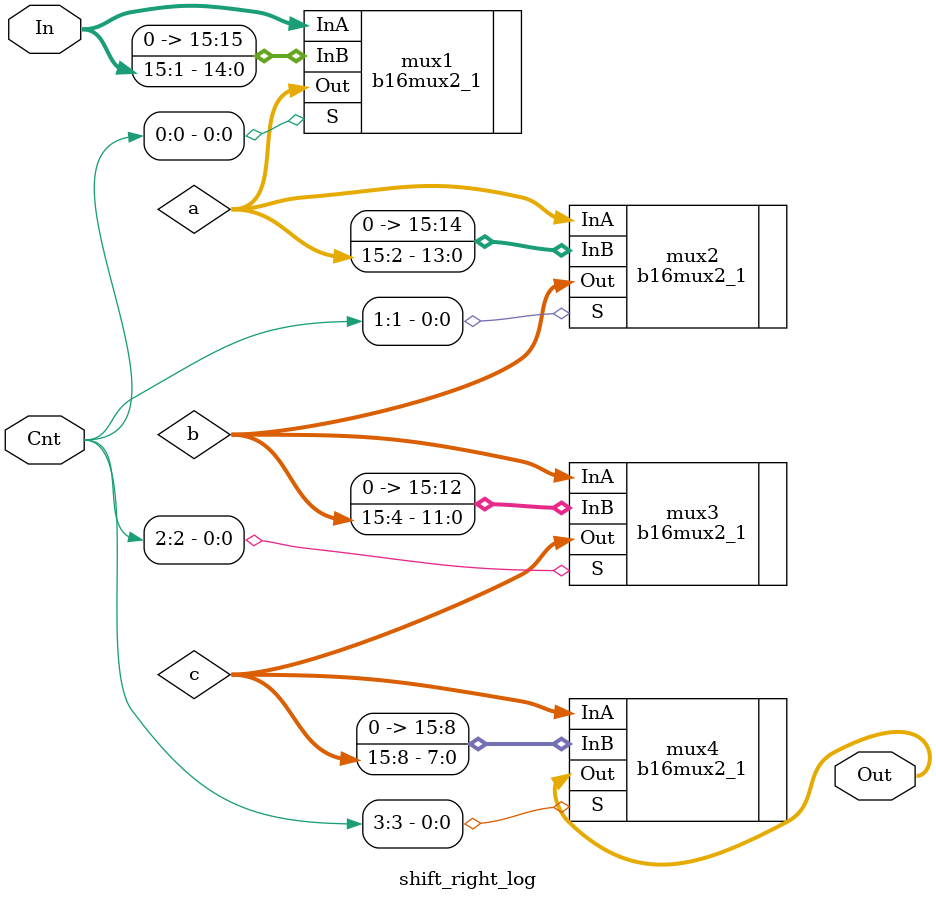
<source format=v>

module shift_right_log(In,Cnt,Out);
input [15:0] In;
input [3:0] Cnt;
output [15:0] Out;
wire [15:0] a,b,c;

b16mux2_1 mux1(.InA(In),.InB({1'b0,In[15:1]}),.S(Cnt[0]),.Out(a));
b16mux2_1 mux2(.InA(a),.InB({2'b00,a[15:2]}),.S(Cnt[1]),.Out(b));
b16mux2_1 mux3(.InA(b),.InB({4'b0000,b[15:4]}),.S(Cnt[2]),.Out(c));
b16mux2_1 mux4(.InA(c),.InB({8'b00000000,c[15:8]}),.S(Cnt[3]),.Out(Out));

endmodule


</source>
